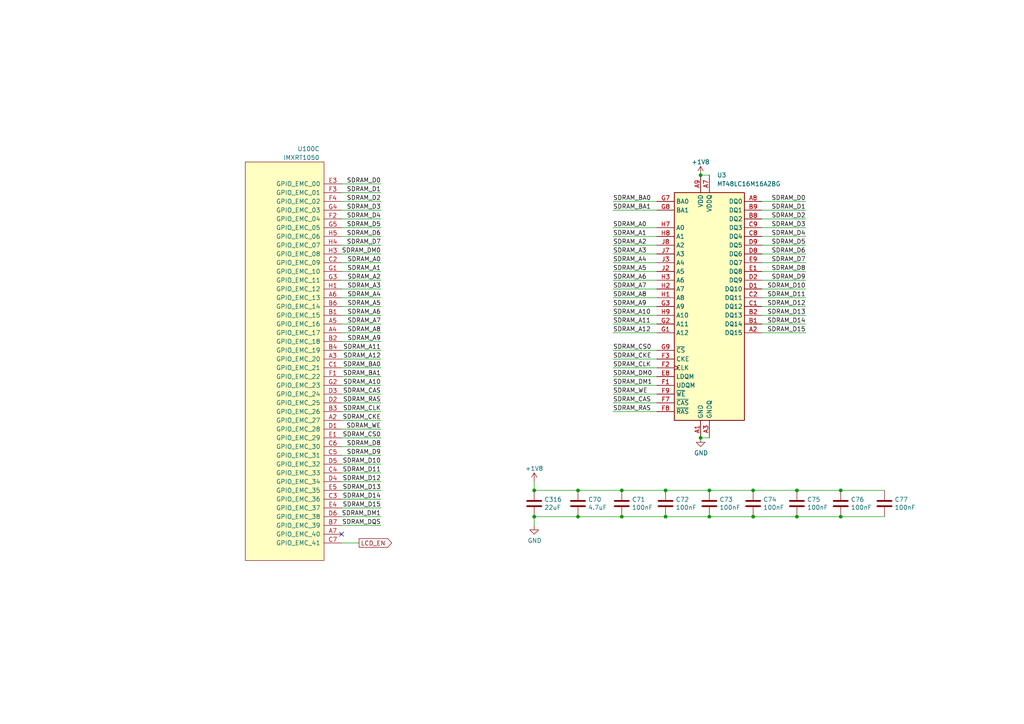
<source format=kicad_sch>
(kicad_sch (version 20230121) (generator eeschema)
  (paper "A4")
  (title_block (title "Sitina 1 Mainboard") (date "2023-03-16") (rev "R0.6") (company "Copyright 2023 Wenting Zhang") (comment 2 "MERCHANTABILITY, SATISFACTORY QUALITY AND FITNESS FOR A PARTICULAR PURPOSE.") (comment 3 "This source is distributed WITHOUT ANY EXPRESS OR IMPLIED WARRANTY, INCLUDING OF") (comment 4 "This source describes Open Hardware and is licensed under the CERN-OHL-P v2."))
  (lib_symbols
    (symbol "Device:C" (pin_numbers hide) (pin_names (offset 0.254))
      (property "Reference" "C" (at 0.635 2.54 0))
      (property "Value" "C" (at 0.635 -2.54 0))
      (symbol "C_0_1"
        (polyline (pts (xy -2.032 -0.762) (xy 2.032 -0.762)) (stroke (width 0.508)))
        (polyline (pts (xy -2.032 0.762) (xy 2.032 0.762)) (stroke (width 0.508)))
      )
      (symbol "C_1_1"
        (pin passive line (at 0 3.81 270) (length 2.794) (name "~") (number "1"))
        (pin passive line (at 0 -3.81 90) (length 2.794) (name "~") (number "2"))
      )
    )
    (symbol "Sitina:IMXRT1050" (pin_names (offset 1.016))
      (property "Reference" "U" (at -10.16 43.18 0))
      (property "Value" "IMXRT1050" (at 6.35 43.18 0))
      (symbol "IMXRT1050_1_1"
        (rectangle (start -12.7 40.64) (end 10.16 -43.18) (fill (type background)))
        (pin input line (at -17.78 22.86 0) (length 5.08) (name "GPIO_AD_B0_06") (number "E14"))
        (pin input line (at -17.78 27.94 0) (length 5.08) (name "GPIO_AD_B0_04") (number "F11"))
        (pin input line (at -17.78 20.32 0) (length 5.08) (name "GPIO_AD_B0_07") (number "F12"))
        (pin input line (at -17.78 17.78 0) (length 5.08) (name "GPIO_AD_B0_08") (number "F13"))
        (pin input line (at -17.78 15.24 0) (length 5.08) (name "GPIO_AD_B0_09") (number "F14"))
        (pin input line (at -17.78 10.16 0) (length 5.08) (name "GPIO_AD_B0_11") (number "G10"))
        (pin input line (at -17.78 30.48 0) (length 5.08) (name "GPIO_AD_B0_03") (number "G11"))
        (pin input line (at -17.78 -38.1 0) (length 5.08) (name "GPIO_AD_B1_14") (number "G12"))
        (pin input line (at -17.78 12.7 0) (length 5.08) (name "GPIO_AD_B0_10") (number "G13"))
        (pin input line (at -17.78 25.4 0) (length 5.08) (name "GPIO_AD_B0_05") (number "G14"))
        (pin input line (at -17.78 35.56 0) (length 5.08) (name "GPIO_AD_B0_01") (number "H10"))
        (pin input line (at -17.78 -35.56 0) (length 5.08) (name "GPIO_AD_B1_13") (number "H11"))
        (pin input line (at -17.78 -33.02 0) (length 5.08) (name "GPIO_AD_B1_12") (number "H12"))
        (pin input line (at -17.78 -22.86 0) (length 5.08) (name "GPIO_AD_B1_08") (number "H13"))
        (pin input line (at -17.78 2.54 0) (length 5.08) (name "GPIO_AD_B0_14") (number "H14"))
        (pin input line (at -17.78 -2.54 0) (length 5.08) (name "GPIO_AD_B1_00") (number "J11"))
        (pin input line (at -17.78 -17.78 0) (length 5.08) (name "GPIO_AD_B1_06") (number "J12"))
        (pin input line (at -17.78 -30.48 0) (length 5.08) (name "GPIO_AD_B1_11") (number "J13"))
        (pin input line (at -17.78 -40.64 0) (length 5.08) (name "GPIO_AD_B1_15") (number "J14"))
        (pin input line (at -17.78 -20.32 0) (length 5.08) (name "GPIO_AD_B1_07") (number "K10"))
        (pin input line (at -17.78 -5.08 0) (length 5.08) (name "GPIO_AD_B1_01") (number "K11"))
        (pin input line (at -17.78 -15.24 0) (length 5.08) (name "GPIO_AD_B1_05") (number "K12"))
        (pin input line (at -17.78 7.62 0) (length 5.08) (name "GPIO_AD_B0_12") (number "K14"))
        (pin input line (at -17.78 0 0) (length 5.08) (name "GPIO_AD_B0_15") (number "L10"))
        (pin input line (at -17.78 -7.62 0) (length 5.08) (name "GPIO_AD_B1_02") (number "L11"))
        (pin input line (at -17.78 -12.7 0) (length 5.08) (name "GPIO_AD_B1_04") (number "L12"))
        (pin input line (at -17.78 -27.94 0) (length 5.08) (name "GPIO_AD_B1_10") (number "L13"))
        (pin input line (at -17.78 5.08 0) (length 5.08) (name "GPIO_AD_B0_13") (number "L14"))
        (pin input line (at -17.78 33.02 0) (length 5.08) (name "GPIO_AD_B0_02") (number "M11"))
        (pin input line (at -17.78 -10.16 0) (length 5.08) (name "GPIO_AD_B1_03") (number "M12"))
        (pin input line (at -17.78 -25.4 0) (length 5.08) (name "GPIO_AD_B1_09") (number "M13"))
        (pin input line (at -17.78 38.1 0) (length 5.08) (name "GPIO_AD_B0_00") (number "M14"))
      )
      (symbol "IMXRT1050_2_1"
        (rectangle (start -12.7 40.64) (end 10.16 -48.26) (fill (type background)))
        (pin input line (at -17.78 7.62 0) (length 5.08) (name "GPIO_B0_11") (number "A10"))
        (pin input line (at -17.78 -5.08 0) (length 5.08) (name "GPIO_B1_00") (number "A11"))
        (pin input line (at -17.78 -25.4 0) (length 5.08) (name "GPIO_B1_08") (number "A12"))
        (pin input line (at -17.78 -27.94 0) (length 5.08) (name "GPIO_B1_09") (number "A13"))
        (pin input line (at -17.78 20.32 0) (length 5.08) (name "GPIO_B0_06") (number "A8"))
        (pin input line (at -17.78 17.78 0) (length 5.08) (name "GPIO_B0_07") (number "A9"))
        (pin input line (at -17.78 -7.62 0) (length 5.08) (name "GPIO_B1_01") (number "B11"))
        (pin input line (at -17.78 -22.86 0) (length 5.08) (name "GPIO_B1_07") (number "B12"))
        (pin input line (at -17.78 -30.48 0) (length 5.08) (name "GPIO_B1_10") (number "B13"))
        (pin input line (at -17.78 -43.18 0) (length 5.08) (name "GPIO_B1_15") (number "B14"))
        (pin input line (at -17.78 22.86 0) (length 5.08) (name "GPIO_B0_05") (number "B8"))
        (pin input line (at -17.78 15.24 0) (length 5.08) (name "GPIO_B0_08") (number "B9"))
        (pin input line (at -17.78 5.08 0) (length 5.08) (name "GPIO_B0_12") (number "C10"))
        (pin input line (at -17.78 -10.16 0) (length 5.08) (name "GPIO_B1_02") (number "C11"))
        (pin input line (at -17.78 -20.32 0) (length 5.08) (name "GPIO_B1_06") (number "C12"))
        (pin input line (at -17.78 -33.02 0) (length 5.08) (name "GPIO_B1_11") (number "C13"))
        (pin input line (at -17.78 -40.64 0) (length 5.08) (name "GPIO_B1_14") (number "C14"))
        (pin input line (at -17.78 25.4 0) (length 5.08) (name "GPIO_B0_04") (number "C8"))
        (pin input line (at -17.78 12.7 0) (length 5.08) (name "GPIO_B0_09") (number "C9"))
        (pin input line (at -17.78 2.54 0) (length 5.08) (name "GPIO_B0_13") (number "D10"))
        (pin input line (at -17.78 -12.7 0) (length 5.08) (name "GPIO_B1_03") (number "D11"))
        (pin input line (at -17.78 -17.78 0) (length 5.08) (name "GPIO_B1_05") (number "D12"))
        (pin input line (at -17.78 -35.56 0) (length 5.08) (name "GPIO_B1_12") (number "D13"))
        (pin input line (at -17.78 -38.1 0) (length 5.08) (name "GPIO_B1_13") (number "D14"))
        (pin input line (at -17.78 35.56 0) (length 5.08) (name "GPIO_B0_00") (number "D7"))
        (pin input line (at -17.78 27.94 0) (length 5.08) (name "GPIO_B0_03") (number "D8"))
        (pin input line (at -17.78 10.16 0) (length 5.08) (name "GPIO_B0_10") (number "D9"))
        (pin input line (at -17.78 0 0) (length 5.08) (name "GPIO_B0_14") (number "E10"))
        (pin input line (at -17.78 -2.54 0) (length 5.08) (name "GPIO_B0_15") (number "E11"))
        (pin input line (at -17.78 -15.24 0) (length 5.08) (name "GPIO_B1_04") (number "E12"))
        (pin input line (at -17.78 33.02 0) (length 5.08) (name "GPIO_B0_01") (number "E7"))
        (pin input line (at -17.78 30.48 0) (length 5.08) (name "GPIO_B0_02") (number "E8"))
      )
      (symbol "IMXRT1050_3_1"
        (rectangle (start -12.7 41.91) (end 10.16 -73.66) (fill (type background)))
        (pin input line (at -17.78 -33.02 0) (length 5.08) (name "GPIO_EMC_27") (number "A2"))
        (pin input line (at -17.78 -15.24 0) (length 5.08) (name "GPIO_EMC_20") (number "A3"))
        (pin input line (at -17.78 -7.62 0) (length 5.08) (name "GPIO_EMC_17") (number "A4"))
        (pin input line (at -17.78 -5.08 0) (length 5.08) (name "GPIO_EMC_16") (number "A5"))
        (pin input line (at -17.78 2.54 0) (length 5.08) (name "GPIO_EMC_13") (number "A6"))
        (pin input line (at -17.78 -66.04 0) (length 5.08) (name "GPIO_EMC_40") (number "A7"))
        (pin input line (at -17.78 -2.54 0) (length 5.08) (name "GPIO_EMC_15") (number "B1"))
        (pin input line (at -17.78 -10.16 0) (length 5.08) (name "GPIO_EMC_18") (number "B2"))
        (pin input line (at -17.78 -30.48 0) (length 5.08) (name "GPIO_EMC_26") (number "B3"))
        (pin input line (at -17.78 -12.7 0) (length 5.08) (name "GPIO_EMC_19") (number "B4"))
        (pin input line (at -17.78 0 0) (length 5.08) (name "GPIO_EMC_14") (number "B6"))
        (pin input line (at -17.78 -63.5 0) (length 5.08) (name "GPIO_EMC_39") (number "B7"))
        (pin input line (at -17.78 -17.78 0) (length 5.08) (name "GPIO_EMC_21") (number "C1"))
        (pin input line (at -17.78 12.7 0) (length 5.08) (name "GPIO_EMC_09") (number "C2"))
        (pin input line (at -17.78 -55.88 0) (length 5.08) (name "GPIO_EMC_36") (number "C3"))
        (pin input line (at -17.78 -48.26 0) (length 5.08) (name "GPIO_EMC_33") (number "C4"))
        (pin input line (at -17.78 -43.18 0) (length 5.08) (name "GPIO_EMC_31") (number "C5"))
        (pin input line (at -17.78 -40.64 0) (length 5.08) (name "GPIO_EMC_30") (number "C6"))
        (pin input line (at -17.78 -68.58 0) (length 5.08) (name "GPIO_EMC_41") (number "C7"))
        (pin input line (at -17.78 -35.56 0) (length 5.08) (name "GPIO_EMC_28") (number "D1"))
        (pin input line (at -17.78 -27.94 0) (length 5.08) (name "GPIO_EMC_25") (number "D2"))
        (pin input line (at -17.78 -25.4 0) (length 5.08) (name "GPIO_EMC_24") (number "D3"))
        (pin input line (at -17.78 -50.8 0) (length 5.08) (name "GPIO_EMC_34") (number "D4"))
        (pin input line (at -17.78 -45.72 0) (length 5.08) (name "GPIO_EMC_32") (number "D5"))
        (pin input line (at -17.78 -60.96 0) (length 5.08) (name "GPIO_EMC_38") (number "D6"))
        (pin input line (at -17.78 -38.1 0) (length 5.08) (name "GPIO_EMC_29") (number "E1"))
        (pin input line (at -17.78 35.56 0) (length 5.08) (name "GPIO_EMC_00") (number "E3"))
        (pin input line (at -17.78 -58.42 0) (length 5.08) (name "GPIO_EMC_37") (number "E4"))
        (pin input line (at -17.78 -53.34 0) (length 5.08) (name "GPIO_EMC_35") (number "E5"))
        (pin input line (at -17.78 -20.32 0) (length 5.08) (name "GPIO_EMC_22") (number "F1"))
        (pin input line (at -17.78 25.4 0) (length 5.08) (name "GPIO_EMC_04") (number "F2"))
        (pin input line (at -17.78 33.02 0) (length 5.08) (name "GPIO_EMC_01") (number "F3"))
        (pin input line (at -17.78 30.48 0) (length 5.08) (name "GPIO_EMC_02") (number "F4"))
        (pin input line (at -17.78 10.16 0) (length 5.08) (name "GPIO_EMC_10") (number "G1"))
        (pin input line (at -17.78 -22.86 0) (length 5.08) (name "GPIO_EMC_23") (number "G2"))
        (pin input line (at -17.78 7.62 0) (length 5.08) (name "GPIO_EMC_11") (number "G3"))
        (pin input line (at -17.78 27.94 0) (length 5.08) (name "GPIO_EMC_03") (number "G4"))
        (pin input line (at -17.78 22.86 0) (length 5.08) (name "GPIO_EMC_05") (number "G5"))
        (pin input line (at -17.78 5.08 0) (length 5.08) (name "GPIO_EMC_12") (number "H1"))
        (pin input line (at -17.78 15.24 0) (length 5.08) (name "GPIO_EMC_08") (number "H3"))
        (pin input line (at -17.78 17.78 0) (length 5.08) (name "GPIO_EMC_07") (number "H4"))
        (pin input line (at -17.78 20.32 0) (length 5.08) (name "GPIO_EMC_06") (number "H5"))
      )
      (symbol "IMXRT1050_4_1"
        (rectangle (start -12.7 40.64) (end 10.16 -40.64) (fill (type background)))
        (pin input line (at -17.78 25.4 0) (length 5.08) (name "GPIO_SD_B0_04") (number "H2"))
        (pin input line (at -17.78 30.48 0) (length 5.08) (name "GPIO_SD_B0_02") (number "J1"))
        (pin input line (at -17.78 22.86 0) (length 5.08) (name "GPIO_SD_B0_05") (number "J2"))
        (pin input line (at -17.78 33.02 0) (length 5.08) (name "GPIO_SD_B0_01") (number "J3"))
        (pin input line (at -17.78 35.56 0) (length 5.08) (name "GPIO_SD_B0_00") (number "J4"))
        (pin input line (at -17.78 27.94 0) (length 5.08) (name "GPIO_SD_B0_03") (number "K1"))
        (pin input line (at -17.78 5.08 0) (length 5.08) (name "GPIO_SD_B1_06") (number "L3"))
        (pin input line (at -17.78 2.54 0) (length 5.08) (name "GPIO_SD_B1_07") (number "L4"))
        (pin input line (at -17.78 20.32 0) (length 5.08) (name "GPIO_SD_B1_00") (number "L5"))
        (pin input line (at -17.78 -25.4 0) (length 5.08) (name "USB_OTG1_DP") (number "L8"))
        (pin input line (at -17.78 15.24 0) (length 5.08) (name "GPIO_SD_B1_02") (number "M3"))
        (pin input line (at -17.78 12.7 0) (length 5.08) (name "GPIO_SD_B1_03") (number "M4"))
        (pin input line (at -17.78 17.78 0) (length 5.08) (name "GPIO_SD_B1_01") (number "M5"))
        (pin input line (at -17.78 -22.86 0) (length 5.08) (name "USB_OTG1_DN") (number "M8"))
        (pin input line (at -17.78 -20.32 0) (length 5.08) (name "USB_OTG1_CHD_B") (number "N12"))
        (pin input line (at -17.78 -15.24 0) (length 5.08) (name "CCM_CLK1_P") (number "N13"))
        (pin input line (at -17.78 7.62 0) (length 5.08) (name "GPIO_SD_B1_05") (number "N3"))
        (pin input line (at -17.78 -2.54 0) (length 5.08) (name "GPIO_SD_B1_09") (number "N4"))
        (pin input line (at -17.78 -27.94 0) (length 5.08) (name "USB_OTG1_VBUS") (number "N6"))
        (pin input line (at -17.78 -30.48 0) (length 5.08) (name "USB_OTG2_DN") (number "N7"))
        (pin input line (at -17.78 -12.7 0) (length 5.08) (name "CCM_CLK1_N") (number "P13"))
        (pin input line (at -17.78 10.16 0) (length 5.08) (name "GPIO_SD_B1_04") (number "P2"))
        (pin input line (at -17.78 0 0) (length 5.08) (name "GPIO_SD_B1_08") (number "P3"))
        (pin input line (at -17.78 -5.08 0) (length 5.08) (name "GPIO_SD_B1_10") (number "P4"))
        (pin input line (at -17.78 -7.62 0) (length 5.08) (name "GPIO_SD_B1_11") (number "P5"))
        (pin input line (at -17.78 -35.56 0) (length 5.08) (name "USB_OTG2_VBUS") (number "P6"))
        (pin input line (at -17.78 -33.02 0) (length 5.08) (name "USB_OTG2_DP") (number "P7"))
      )
      (symbol "IMXRT1050_5_1"
        (rectangle (start -12.7 40.64) (end 10.16 7.62) (fill (type background)))
        (pin input line (at -17.78 20.32 0) (length 5.08) (name "TESTMODE") (number "K6"))
        (pin input line (at -17.78 33.02 0) (length 5.08) (name "PMIC_ON_REQ") (number "K7"))
        (pin input line (at -17.78 12.7 0) (length 5.08) (name "WAKEUP") (number "L6"))
        (pin input line (at -17.78 30.48 0) (length 5.08) (name "PMIC_STBY_REQ") (number "L7"))
        (pin input line (at -17.78 35.56 0) (length 5.08) (name "ONOFF") (number "M6"))
        (pin input line (at -17.78 27.94 0) (length 5.08) (name "POR_B") (number "M7"))
        (pin input line (at -17.78 15.24 0) (length 5.08) (name "XTALO") (number "N11"))
        (pin input line (at -17.78 25.4 0) (length 5.08) (name "RTC_XTALI") (number "N9"))
        (pin input line (at -17.78 17.78 0) (length 5.08) (name "XTALI") (number "P11"))
        (pin input line (at -17.78 22.86 0) (length 5.08) (name "RTC_XTALO") (number "P9"))
      )
      (symbol "IMXRT1050_6_1"
        (rectangle (start -12.7 40.64) (end 10.16 -48.26) (fill (type background)))
        (pin input line (at 15.24 17.78 180) (length 5.08) (name "VSS") (number "A1"))
        (pin input line (at 15.24 15.24 180) (length 5.08) (name "VSS") (number "A14"))
        (pin input line (at 15.24 10.16 180) (length 5.08) (name "VSS") (number "B10"))
        (pin input line (at 15.24 12.7 180) (length 5.08) (name "VSS") (number "B5"))
        (pin input line (at 15.24 5.08 180) (length 5.08) (name "VSS") (number "E13"))
        (pin input line (at 15.24 7.62 180) (length 5.08) (name "VSS") (number "E2"))
        (pin input line (at -17.78 10.16 0) (length 5.08) (name "NVCC_EMC") (number "E6"))
        (pin input line (at -17.78 5.08 0) (length 5.08) (name "NVCC_GPIO") (number "E9"))
        (pin input line (at -17.78 2.54 0) (length 5.08) (name "NVCC_GPIO") (number "F10"))
        (pin input line (at -17.78 7.62 0) (length 5.08) (name "NVCC_EMC") (number "F5"))
        (pin input line (at -17.78 -22.86 0) (length 5.08) (name "VDD_SOC_IN") (number "F6"))
        (pin input line (at -17.78 -25.4 0) (length 5.08) (name "VDD_SOC_IN") (number "F7"))
        (pin input line (at -17.78 -27.94 0) (length 5.08) (name "VDD_SOC_IN") (number "F8"))
        (pin input line (at -17.78 -30.48 0) (length 5.08) (name "VDD_SOC_IN") (number "F9"))
        (pin input line (at -17.78 -33.02 0) (length 5.08) (name "VDD_SOC_IN") (number "G6"))
        (pin input line (at 15.24 2.54 180) (length 5.08) (name "VSS") (number "G7"))
        (pin input line (at 15.24 0 180) (length 5.08) (name "VSS") (number "G8"))
        (pin input line (at -17.78 -35.56 0) (length 5.08) (name "VDD_SOC_IN") (number "G9"))
        (pin input line (at -17.78 -38.1 0) (length 5.08) (name "VDD_SOC_IN") (number "H6"))
        (pin input line (at 15.24 -2.54 180) (length 5.08) (name "VSS") (number "H7"))
        (pin input line (at 15.24 -5.08 180) (length 5.08) (name "VSS") (number "H8"))
        (pin input line (at -17.78 -40.64 0) (length 5.08) (name "VDD_SOC_IN") (number "H9"))
        (pin input line (at -17.78 0 0) (length 5.08) (name "NVCC_GPIO") (number "J10"))
        (pin input line (at -17.78 17.78 0) (length 5.08) (name "DCDC_SENSE") (number "J5"))
        (pin input line (at -17.78 -5.08 0) (length 5.08) (name "NVCC_SD0") (number "J6"))
        (pin input line (at 15.24 -7.62 180) (length 5.08) (name "VSS") (number "J7"))
        (pin input line (at 15.24 -10.16 180) (length 5.08) (name "VSS") (number "J8"))
        (pin input line (at -17.78 -43.18 0) (length 5.08) (name "VDD_SOC_IN") (number "J9"))
        (pin input line (at 15.24 -15.24 180) (length 5.08) (name "VSS") (number "K13"))
        (pin input line (at 15.24 -12.7 180) (length 5.08) (name "VSS") (number "K2"))
        (pin input line (at -17.78 30.48 0) (length 5.08) (name "DCDC_PSWITCH") (number "K3"))
        (pin input line (at -17.78 33.02 0) (length 5.08) (name "DCDC_IN_Q") (number "K4"))
        (pin input line (at -17.78 -7.62 0) (length 5.08) (name "NVCC_SD1") (number "K5"))
        (pin input line (at -17.78 -45.72 0) (length 5.08) (name "VDD_USB_CAP") (number "K8"))
        (pin input line (at 15.24 22.86 180) (length 5.08) (name "NGND_KEL0") (number "K9"))
        (pin input line (at -17.78 38.1 0) (length 5.08) (name "DCDC_IN") (number "L1"))
        (pin input line (at -17.78 35.56 0) (length 5.08) (name "DCDC_IN") (number "L2"))
        (pin input line (at 15.24 -17.78 180) (length 5.08) (name "VSS") (number "L9"))
        (pin input line (at -17.78 25.4 0) (length 5.08) (name "DCDC_LP") (number "M1"))
        (pin input line (at -17.78 -17.78 0) (length 5.08) (name "VDD_SNVS_CAP") (number "M10"))
        (pin input line (at -17.78 22.86 0) (length 5.08) (name "DCDC_LP") (number "M2"))
        (pin input line (at -17.78 -20.32 0) (length 5.08) (name "VDD_SNVS_IN") (number "M9"))
        (pin input line (at 15.24 27.94 180) (length 5.08) (name "DCDC_GND") (number "N1"))
        (pin input line (at -17.78 15.24 0) (length 5.08) (name "GPANAIO") (number "N10"))
        (pin input line (at -17.78 -10.16 0) (length 5.08) (name "VDDA_ADC_3P3") (number "N14"))
        (pin input line (at 15.24 25.4 180) (length 5.08) (name "DCDC_GND") (number "N2"))
        (pin input line (at 15.24 -20.32 180) (length 5.08) (name "VSS") (number "N5"))
        (pin input line (at 15.24 -22.86 180) (length 5.08) (name "VSS") (number "N8"))
        (pin input line (at 15.24 -25.4 180) (length 5.08) (name "VSS") (number "P1"))
        (pin input line (at -17.78 -2.54 0) (length 5.08) (name "NVCC_PLL") (number "P10"))
        (pin input line (at -17.78 -15.24 0) (length 5.08) (name "VDD_HIGH_IN") (number "P12"))
        (pin input line (at 15.24 -27.94 180) (length 5.08) (name "VSS") (number "P14"))
        (pin input line (at -17.78 -12.7 0) (length 5.08) (name "VDD_HIGH_CAP") (number "P8"))
      )
    )
    (symbol "power:+1V8" (power) (pin_names (offset 0))
      (property "Value" "+1V8" (at 0 3.556 0))
      (symbol "+1V8_0_1"
        (polyline (pts (xy -0.762 1.27) (xy 0 2.54)))
        (polyline (pts (xy 0 0) (xy 0 2.54)))
        (polyline (pts (xy 0 2.54) (xy 0.762 1.27)))
      )
      (symbol "+1V8_1_1"
        (pin power_in line (at 0 0 90) (length 0) hide (name "+1V8") (number "1"))
      )
    )
    (symbol "power:GND" (power) (pin_names (offset 0))
      (property "Value" "GND" (at 0 -3.81 0))
      (symbol "GND_0_1"
        (polyline (pts (xy 0 0) (xy 0 -1.27) (xy 1.27 -1.27) (xy 0 -2.54) (xy -1.27 -1.27) (xy 0 -1.27)))
      )
      (symbol "GND_1_1"
        (pin power_in line (at 0 0 270) (length 0) hide (name "GND") (number "1"))
      )
    )
    (symbol "symbols:MT48LC32M16A2B4"
      (property "Reference" "U300" (at 0 40.1574 0))
      (property "Value" "MT48LC16M16A2BG" (at 0 37.846 0))
      (symbol "MT48LC32M16A2B4_1_1"
        (rectangle (start -10.16 30.48) (end 10.16 -35.56) (stroke (width 0.254)) (fill (type background)))
        (pin power_in line (at -2.54 -40.64 90) (length 5.08) (name "GND") (number "A1"))
        (pin bidirectional line (at 15.24 -10.16 180) (length 5.08) (name "DQ15") (number "A2"))
        (pin power_in line (at 0 -40.64 90) (length 5.08) (name "GNDQ") (number "A3"))
        (pin power_in line (at 0 35.56 270) (length 5.08) (name "VDDQ") (number "A7"))
        (pin bidirectional line (at 15.24 27.94 180) (length 5.08) (name "DQ0") (number "A8"))
        (pin power_in line (at -2.54 -40.64 90) (length 5.08) hide (name "GND") (number "A8"))
        (pin power_in line (at -2.54 35.56 270) (length 5.08) (name "VDD") (number "A9"))
        (pin bidirectional line (at 15.24 -7.62 180) (length 5.08) (name "DQ14") (number "B1"))
        (pin bidirectional line (at 15.24 -5.08 180) (length 5.08) (name "DQ13") (number "B2"))
        (pin power_in line (at 0 35.56 270) (length 5.08) hide (name "VDDQ") (number "B3"))
        (pin power_in line (at 0 -40.64 90) (length 5.08) hide (name "GNDQ") (number "B7"))
        (pin bidirectional line (at 15.24 22.86 180) (length 5.08) (name "DQ2") (number "B8"))
        (pin bidirectional line (at 15.24 25.4 180) (length 5.08) (name "DQ1") (number "B9"))
        (pin bidirectional line (at 15.24 -2.54 180) (length 5.08) (name "DQ12") (number "C1"))
        (pin bidirectional line (at 15.24 0 180) (length 5.08) (name "DQ11") (number "C2"))
        (pin power_in line (at 0 -40.64 90) (length 5.08) hide (name "GNDQ") (number "C3"))
        (pin power_in line (at 0 35.56 270) (length 5.08) hide (name "VDDQ") (number "C7"))
        (pin bidirectional line (at 15.24 17.78 180) (length 5.08) (name "DQ4") (number "C8"))
        (pin bidirectional line (at 15.24 20.32 180) (length 5.08) (name "DQ3") (number "C9"))
        (pin bidirectional line (at 15.24 2.54 180) (length 5.08) (name "DQ10") (number "D1"))
        (pin bidirectional line (at 15.24 5.08 180) (length 5.08) (name "DQ9") (number "D2"))
        (pin power_in line (at 0 35.56 270) (length 5.08) hide (name "VDDQ") (number "D3"))
        (pin power_in line (at 0 -40.64 90) (length 5.08) hide (name "GNDQ") (number "D7"))
        (pin bidirectional line (at 15.24 12.7 180) (length 5.08) (name "DQ6") (number "D8"))
        (pin bidirectional line (at 15.24 15.24 180) (length 5.08) (name "DQ5") (number "D9"))
        (pin bidirectional line (at 15.24 7.62 180) (length 5.08) (name "DQ8") (number "E1"))
        (pin no_connect line (at 5.08 -20.32 180) (length 5.08) hide (name "NC") (number "E2"))
        (pin power_in line (at -2.54 -40.64 90) (length 5.08) hide (name "GND") (number "E3"))
        (pin power_in line (at -2.54 35.56 270) (length 5.08) hide (name "VDD") (number "E7"))
        (pin input line (at -15.24 -22.86 0) (length 5.08) (name "LDQM") (number "E8"))
        (pin bidirectional line (at 15.24 10.16 180) (length 5.08) (name "DQ7") (number "E9"))
        (pin input line (at -15.24 -25.4 0) (length 5.08) (name "UDQM") (number "F1"))
        (pin input clock (at -15.24 -20.32 0) (length 5.08) (name "CLK") (number "F2"))
        (pin input line (at -15.24 -17.78 0) (length 5.08) (name "CKE") (number "F3"))
        (pin input line (at -15.24 -30.48 0) (length 5.08) (name "~{CAS}") (number "F7"))
        (pin input line (at -15.24 -33.02 0) (length 5.08) (name "~{RAS}") (number "F8"))
        (pin input line (at -15.24 -27.94 0) (length 5.08) (name "~{WE}") (number "F9"))
        (pin input line (at -15.24 -10.16 0) (length 5.08) (name "A12") (number "G1"))
        (pin input line (at -15.24 -7.62 0) (length 5.08) (name "A11") (number "G2"))
        (pin input line (at -15.24 -2.54 0) (length 5.08) (name "A9") (number "G3"))
        (pin input line (at -15.24 27.94 0) (length 5.08) (name "BA0") (number "G7"))
        (pin input line (at -15.24 25.4 0) (length 5.08) (name "BA1") (number "G8"))
        (pin input line (at -15.24 -15.24 0) (length 5.08) (name "~{CS}") (number "G9"))
        (pin input line (at -15.24 0 0) (length 5.08) (name "A8") (number "H1"))
        (pin input line (at -15.24 2.54 0) (length 5.08) (name "A7") (number "H2"))
        (pin input line (at -15.24 5.08 0) (length 5.08) (name "A6") (number "H3"))
        (pin input line (at -15.24 20.32 0) (length 5.08) (name "A0") (number "H7"))
        (pin input line (at -15.24 17.78 0) (length 5.08) (name "A1") (number "H8"))
        (pin input line (at -15.24 -5.08 0) (length 5.08) (name "A10") (number "H9"))
        (pin input line (at -15.24 7.62 0) (length 5.08) (name "A5") (number "J2"))
        (pin input line (at -15.24 10.16 0) (length 5.08) (name "A4") (number "J3"))
        (pin input line (at -15.24 12.7 0) (length 5.08) (name "A3") (number "J7"))
        (pin input line (at -15.24 15.24 0) (length 5.08) (name "A2") (number "J8"))
        (pin power_in line (at -2.54 35.56 270) (length 5.08) hide (name "VDD") (number "J9"))
      )
    )
  )
  (junction (at 231.14 142.24) (diameter 0.9144))
  (junction (at 243.84 142.24) (diameter 0.9144))
  (junction (at 243.84 149.86) (diameter 0.9144))
  (junction (at 167.64 142.24))
  (junction (at 180.34 149.86) (diameter 0.9144))
  (junction (at 218.44 142.24) (diameter 0.9144))
  (junction (at 231.14 149.86) (diameter 0.9144))
  (junction (at 203.2 50.8))
  (junction (at 218.44 149.86) (diameter 0.9144))
  (junction (at 154.94 142.24))
  (junction (at 203.2 127))
  (junction (at 205.74 149.86) (diameter 0.9144))
  (junction (at 167.64 149.86))
  (junction (at 180.34 142.24) (diameter 0.9144))
  (junction (at 193.04 149.86) (diameter 0.9144))
  (junction (at 193.04 142.24) (diameter 0.9144))
  (junction (at 205.74 142.24) (diameter 0.9144))
  (junction (at 154.94 149.86))
  (no_connect (at 99.06 154.94))
  (wire (pts (xy 233.68 58.42) (xy 220.98 58.42)))
  (wire (pts (xy 110.49 93.98) (xy 99.06 93.98)))
  (wire (pts (xy 154.94 149.86) (xy 154.94 152.4)))
  (wire (pts (xy 233.68 68.58) (xy 220.98 68.58)))
  (wire (pts (xy 233.68 91.44) (xy 220.98 91.44)))
  (wire (pts (xy 110.49 58.42) (xy 99.06 58.42)))
  (wire (pts (xy 154.94 139.7) (xy 154.94 142.24)))
  (wire (pts (xy 177.8 66.04) (xy 190.5 66.04)))
  (wire (pts (xy 110.49 111.76) (xy 99.06 111.76)))
  (wire (pts (xy 177.8 104.14) (xy 190.5 104.14)))
  (wire (pts (xy 110.49 76.2) (xy 99.06 76.2)))
  (wire (pts (xy 233.68 71.12) (xy 220.98 71.12)))
  (wire (pts (xy 110.49 81.28) (xy 99.06 81.28)))
  (wire (pts (xy 218.44 149.86) (xy 205.74 149.86)))
  (wire (pts (xy 218.44 142.24) (xy 205.74 142.24)))
  (wire (pts (xy 233.68 88.9) (xy 220.98 88.9)))
  (wire (pts (xy 110.49 53.34) (xy 99.06 53.34)))
  (wire (pts (xy 110.49 68.58) (xy 99.06 68.58)))
  (wire (pts (xy 180.34 142.24) (xy 167.64 142.24)))
  (wire (pts (xy 177.8 109.22) (xy 190.5 109.22)))
  (wire (pts (xy 110.49 149.86) (xy 99.06 149.86)))
  (wire (pts (xy 177.8 106.68) (xy 190.5 106.68)))
  (wire (pts (xy 203.2 127) (xy 205.74 127)))
  (wire (pts (xy 193.04 142.24) (xy 180.34 142.24)))
  (wire (pts (xy 104.14 157.48) (xy 99.06 157.48)))
  (wire (pts (xy 99.06 119.38) (xy 110.49 119.38)))
  (wire (pts (xy 177.8 76.2) (xy 190.5 76.2)))
  (wire (pts (xy 177.8 116.84) (xy 190.5 116.84)))
  (wire (pts (xy 177.8 93.98) (xy 190.5 93.98)))
  (wire (pts (xy 110.49 86.36) (xy 99.06 86.36)))
  (wire (pts (xy 177.8 101.6) (xy 190.5 101.6)))
  (wire (pts (xy 177.8 81.28) (xy 190.5 81.28)))
  (wire (pts (xy 110.49 71.12) (xy 99.06 71.12)))
  (wire (pts (xy 177.8 114.3) (xy 190.5 114.3)))
  (wire (pts (xy 243.84 149.86) (xy 231.14 149.86)))
  (wire (pts (xy 177.8 88.9) (xy 190.5 88.9)))
  (wire (pts (xy 177.8 78.74) (xy 190.5 78.74)))
  (wire (pts (xy 177.8 91.44) (xy 190.5 91.44)))
  (wire (pts (xy 233.68 63.5) (xy 220.98 63.5)))
  (wire (pts (xy 110.49 109.22) (xy 99.06 109.22)))
  (wire (pts (xy 110.49 142.24) (xy 99.06 142.24)))
  (wire (pts (xy 233.68 66.04) (xy 220.98 66.04)))
  (wire (pts (xy 99.06 121.92) (xy 110.49 121.92)))
  (wire (pts (xy 110.49 147.32) (xy 99.06 147.32)))
  (wire (pts (xy 177.8 73.66) (xy 190.5 73.66)))
  (wire (pts (xy 110.49 152.4) (xy 99.06 152.4)))
  (wire (pts (xy 177.8 96.52) (xy 190.5 96.52)))
  (wire (pts (xy 205.74 142.24) (xy 193.04 142.24)))
  (wire (pts (xy 233.68 81.28) (xy 220.98 81.28)))
  (wire (pts (xy 231.14 142.24) (xy 218.44 142.24)))
  (wire (pts (xy 110.49 66.04) (xy 99.06 66.04)))
  (wire (pts (xy 110.49 144.78) (xy 99.06 144.78)))
  (wire (pts (xy 110.49 78.74) (xy 99.06 78.74)))
  (wire (pts (xy 110.49 96.52) (xy 99.06 96.52)))
  (wire (pts (xy 233.68 96.52) (xy 220.98 96.52)))
  (wire (pts (xy 110.49 101.6) (xy 99.06 101.6)))
  (wire (pts (xy 177.8 60.96) (xy 190.5 60.96)))
  (wire (pts (xy 110.49 73.66) (xy 99.06 73.66)))
  (wire (pts (xy 110.49 60.96) (xy 99.06 60.96)))
  (wire (pts (xy 110.49 104.14) (xy 99.06 104.14)))
  (wire (pts (xy 110.49 88.9) (xy 99.06 88.9)))
  (wire (pts (xy 243.84 142.24) (xy 231.14 142.24)))
  (wire (pts (xy 110.49 134.62) (xy 99.06 134.62)))
  (wire (pts (xy 110.49 139.7) (xy 99.06 139.7)))
  (wire (pts (xy 203.2 50.8) (xy 205.74 50.8)))
  (wire (pts (xy 110.49 106.68) (xy 99.06 106.68)))
  (wire (pts (xy 233.68 93.98) (xy 220.98 93.98)))
  (wire (pts (xy 233.68 83.82) (xy 220.98 83.82)))
  (wire (pts (xy 177.8 71.12) (xy 190.5 71.12)))
  (wire (pts (xy 233.68 78.74) (xy 220.98 78.74)))
  (wire (pts (xy 233.68 73.66) (xy 220.98 73.66)))
  (wire (pts (xy 256.54 149.86) (xy 243.84 149.86)))
  (wire (pts (xy 154.94 149.86) (xy 167.64 149.86)))
  (wire (pts (xy 110.49 63.5) (xy 99.06 63.5)))
  (wire (pts (xy 110.49 129.54) (xy 99.06 129.54)))
  (wire (pts (xy 110.49 137.16) (xy 99.06 137.16)))
  (wire (pts (xy 177.8 119.38) (xy 190.5 119.38)))
  (wire (pts (xy 154.94 142.24) (xy 167.64 142.24)))
  (wire (pts (xy 177.8 111.76) (xy 190.5 111.76)))
  (wire (pts (xy 205.74 149.86) (xy 193.04 149.86)))
  (wire (pts (xy 233.68 86.36) (xy 220.98 86.36)))
  (wire (pts (xy 256.54 142.24) (xy 243.84 142.24)))
  (wire (pts (xy 177.8 86.36) (xy 190.5 86.36)))
  (wire (pts (xy 99.06 114.3) (xy 110.49 114.3)))
  (wire (pts (xy 180.34 149.86) (xy 167.64 149.86)))
  (wire (pts (xy 110.49 55.88) (xy 99.06 55.88)))
  (wire (pts (xy 99.06 127) (xy 110.49 127)))
  (wire (pts (xy 177.8 68.58) (xy 190.5 68.58)))
  (wire (pts (xy 110.49 132.08) (xy 99.06 132.08)))
  (wire (pts (xy 233.68 76.2) (xy 220.98 76.2)))
  (wire (pts (xy 99.06 124.46) (xy 110.49 124.46)))
  (wire (pts (xy 231.14 149.86) (xy 218.44 149.86)))
  (wire (pts (xy 177.8 83.82) (xy 190.5 83.82)))
  (wire (pts (xy 110.49 91.44) (xy 99.06 91.44)))
  (wire (pts (xy 110.49 99.06) (xy 99.06 99.06)))
  (wire (pts (xy 193.04 149.86) (xy 180.34 149.86)))
  (wire (pts (xy 177.8 58.42) (xy 190.5 58.42)))
  (wire (pts (xy 110.49 83.82) (xy 99.06 83.82)))
  (wire (pts (xy 99.06 116.84) (xy 110.49 116.84)))
  (wire (pts (xy 233.68 60.96) (xy 220.98 60.96)))
  (label "SDRAM_A5" (at 110.49 88.9 180))
  (label "SDRAM_A6" (at 177.8 81.28 0))
  (label "SDRAM_D6" (at 233.68 73.66 180))
  (label "SDRAM_CAS" (at 177.8 116.84 0))
  (label "SDRAM_D12" (at 110.49 139.7 180))
  (label "SDRAM_CKE" (at 177.8 104.14 0))
  (label "SDRAM_D5" (at 233.68 71.12 180))
  (label "SDRAM_D8" (at 233.68 78.74 180))
  (label "SDRAM_D3" (at 233.68 66.04 180))
  (label "SDRAM_A11" (at 110.49 101.6 180))
  (label "SDRAM_DM0" (at 110.49 73.66 180))
  (label "SDRAM_D12" (at 233.68 88.9 180))
  (label "SDRAM_A8" (at 110.49 96.52 180))
  (label "SDRAM_CKE" (at 110.49 121.92 180))
  (label "SDRAM_CAS" (at 110.49 114.3 180))
  (label "SDRAM_D4" (at 110.49 63.5 180))
  (label "SDRAM_A3" (at 177.8 73.66 0))
  (label "SDRAM_WE" (at 110.49 124.46 180))
  (label "SDRAM_CS0" (at 177.8 101.6 0))
  (label "SDRAM_D14" (at 233.68 93.98 180))
  (label "SDRAM_A1" (at 177.8 68.58 0))
  (label "SDRAM_A0" (at 110.49 76.2 180))
  (label "SDRAM_D15" (at 233.68 96.52 180))
  (label "SDRAM_D7" (at 233.68 76.2 180))
  (label "SDRAM_A7" (at 177.8 83.82 0))
  (label "SDRAM_A4" (at 110.49 86.36 180))
  (label "SDRAM_CLK" (at 110.49 119.38 180))
  (label "SDRAM_D5" (at 110.49 66.04 180))
  (label "SDRAM_A2" (at 110.49 81.28 180))
  (label "SDRAM_A3" (at 110.49 83.82 180))
  (label "SDRAM_WE" (at 177.8 114.3 0))
  (label "SDRAM_DM0" (at 177.8 109.22 0))
  (label "SDRAM_A9" (at 110.49 99.06 180))
  (label "SDRAM_D14" (at 110.49 144.78 180))
  (label "SDRAM_A10" (at 110.49 111.76 180))
  (label "SDRAM_A1" (at 110.49 78.74 180))
  (label "SDRAM_D9" (at 233.68 81.28 180))
  (label "SDRAM_D8" (at 110.49 129.54 180))
  (label "SDRAM_A8" (at 177.8 86.36 0))
  (label "SDRAM_A4" (at 177.8 76.2 0))
  (label "SDRAM_D10" (at 110.49 134.62 180))
  (label "SDRAM_D15" (at 110.49 147.32 180))
  (label "SDRAM_D11" (at 233.68 86.36 180))
  (label "SDRAM_D0" (at 233.68 58.42 180))
  (label "SDRAM_D2" (at 233.68 63.5 180))
  (label "SDRAM_BA1" (at 177.8 60.96 0))
  (label "SDRAM_D9" (at 110.49 132.08 180))
  (label "SDRAM_D10" (at 233.68 83.82 180))
  (label "SDRAM_BA0" (at 110.49 106.68 180))
  (label "SDRAM_D7" (at 110.49 71.12 180))
  (label "SDRAM_D13" (at 233.68 91.44 180))
  (label "SDRAM_A7" (at 110.49 93.98 180))
  (label "SDRAM_RAS" (at 110.49 116.84 180))
  (label "SDRAM_BA0" (at 177.8 58.42 0))
  (label "SDRAM_D13" (at 110.49 142.24 180))
  (label "SDRAM_CLK" (at 177.8 106.68 0))
  (label "SDRAM_D0" (at 110.49 53.34 180))
  (label "SDRAM_A10" (at 177.8 91.44 0))
  (label "SDRAM_D1" (at 233.68 60.96 180))
  (label "SDRAM_A12" (at 177.8 96.52 0))
  (label "SDRAM_A0" (at 177.8 66.04 0))
  (label "SDRAM_D6" (at 110.49 68.58 180))
  (label "SDRAM_A12" (at 110.49 104.14 180))
  (label "SDRAM_A5" (at 177.8 78.74 0))
  (label "SDRAM_DQS" (at 110.49 152.4 180))
  (label "SDRAM_D4" (at 233.68 68.58 180))
  (label "SDRAM_D2" (at 110.49 58.42 180))
  (label "SDRAM_D1" (at 110.49 55.88 180))
  (label "SDRAM_DM1" (at 177.8 111.76 0))
  (label "SDRAM_DM1" (at 110.49 149.86 180))
  (label "SDRAM_CS0" (at 110.49 127 180))
  (label "SDRAM_A2" (at 177.8 71.12 0))
  (label "SDRAM_A6" (at 110.49 91.44 180))
  (label "SDRAM_A9" (at 177.8 88.9 0))
  (label "SDRAM_D11" (at 110.49 137.16 180))
  (label "SDRAM_A11" (at 177.8 93.98 0))
  (label "SDRAM_RAS" (at 177.8 119.38 0))
  (label "SDRAM_D3" (at 110.49 60.96 180))
  (label "SDRAM_BA1" (at 110.49 109.22 180))
  (global_label "LCD_EN" (shape output) (at 104.14 157.48 0) (property "Intersheetrefs" "${INTERSHEET_REFS}" (effects hide)))
  (symbol (lib_id "symbols:MT48LC32M16A2B4") (at 205.74 86.36 0) (unit 1)
    (property "Reference" "U3" (at 207.9341 50.8 0) (effects (justify left)))
    (property "Value" "MT48LC16M16A2BG" (at 207.9341 53.34 0) (effects (justify left)))
    (property "Footprint" "footprints:BGA-54_9x9_8.0x8.0mm" (effects hide))
  )
  (symbol (lib_id "power:+1V8") (at 154.94 139.7 0) (unit 1)
    (property "Reference" "#PWR067" (effects hide))
    (property "Value" "+1V8" (at 154.94 135.89 0))
    (instances (project "pcb" (path "" (reference "#PWR067") (unit 1)) (path "" (reference "#PWR033") (unit 1)) (path "" (reference "#PWR058") (unit 1))))
  )
  (symbol (lib_id "Device:C") (at 180.34 146.05 0) (unit 1)
    (property "Reference" "C71" (at 183.261 144.882 0) (effects (justify left)))
    (property "Value" "100nF" (at 183.261 147.193 0) (effects (justify left)))
    (property "Footprint" "Capacitor_SMD:C_0402_1005Metric" (effects hide))
  )
  (symbol (lib_id "Device:C") (at 205.74 146.05 0) (unit 1)
    (property "Reference" "C73" (at 208.661 144.882 0) (effects (justify left)))
    (property "Value" "100nF" (at 208.661 147.193 0) (effects (justify left)))
    (property "Footprint" "Capacitor_SMD:C_0402_1005Metric" (effects hide))
  )
  (symbol (lib_id "Device:C") (at 218.44 146.05 0) (unit 1)
    (property "Reference" "C74" (at 221.361 144.882 0) (effects (justify left)))
    (property "Value" "100nF" (at 221.361 147.193 0) (effects (justify left)))
    (property "Footprint" "Capacitor_SMD:C_0402_1005Metric" (effects hide))
  )
  (symbol (lib_id "Device:C") (at 243.84 146.05 0) (unit 1)
    (property "Reference" "C76" (at 246.761 144.882 0) (effects (justify left)))
    (property "Value" "100nF" (at 246.761 147.193 0) (effects (justify left)))
    (property "Footprint" "Capacitor_SMD:C_0402_1005Metric" (effects hide))
  )
  (symbol (lib_id "Device:C") (at 231.14 146.05 0) (unit 1)
    (property "Reference" "C75" (at 234.061 144.882 0) (effects (justify left)))
    (property "Value" "100nF" (at 234.061 147.193 0) (effects (justify left)))
    (property "Footprint" "Capacitor_SMD:C_0402_1005Metric" (effects hide))
  )
  (symbol (lib_id "Device:C") (at 154.94 146.05 0) (unit 1)
    (property "Reference" "C316" (at 157.861 144.8816 0) (effects (justify left)))
    (property "Value" "22uF" (at 157.861 147.193 0) (effects (justify left)))
    (property "Footprint" "Capacitor_SMD:C_0603_1608Metric" (effects hide))
    (instances (project "Sitina" (path "" (reference "C316") (unit 1))) (project "pcb" (path "" (reference "C69") (unit 1))))
  )
  (symbol (lib_id "Device:C") (at 167.64 146.05 0) (unit 1)
    (property "Reference" "C70" (at 170.561 144.882 0) (effects (justify left)))
    (property "Value" "4.7uF" (at 170.561 147.193 0) (effects (justify left)))
    (property "Footprint" "Capacitor_SMD:C_0402_1005Metric" (effects hide))
  )
  (symbol (lib_id "Device:C") (at 256.54 146.05 0) (unit 1)
    (property "Reference" "C77" (at 259.461 144.882 0) (effects (justify left)))
    (property "Value" "100nF" (at 259.461 147.193 0) (effects (justify left)))
    (property "Footprint" "Capacitor_SMD:C_0402_1005Metric" (effects hide))
  )
  (symbol (lib_id "power:GND") (at 154.94 152.4 0) (unit 1)
    (property "Reference" "#PWR059" (effects hide))
    (property "Value" "GND" (at 155.067 156.7942 0))
  )
  (symbol (lib_id "power:GND") (at 203.2 127 0) (unit 1)
    (property "Reference" "#PWR061" (effects hide))
    (property "Value" "GND" (at 203.327 131.3942 0))
  )
  (symbol (lib_id "Sitina:IMXRT1050") (at 81.28 88.9 0) (mirror y) (unit 3)
    (property "Reference" "U100" (at 92.71 43.18 0) (effects (justify left)))
    (property "Value" "IMXRT1050" (at 92.71 45.72 0) (effects (justify left)))
    (property "Footprint" "footprints:BGA-196_14x14_12.0x12.0mm" (effects hide))
    (instances (project "Sitina" (path "" (reference "U100") (unit 3))) (project "pcb" (path "" (reference "U2") (unit 3))))
  )
  (symbol (lib_id "power:+1V8") (at 203.2 50.8 0) (unit 1)
    (property "Reference" "#PWR067" (effects hide))
    (property "Value" "+1V8" (at 203.2 46.99 0))
    (instances (project "pcb" (path "" (reference "#PWR067") (unit 1)) (path "" (reference "#PWR033") (unit 1)) (path "" (reference "#PWR042") (unit 1))))
  )
  (symbol (lib_id "Device:C") (at 193.04 146.05 0) (unit 1)
    (property "Reference" "C72" (at 195.961 144.882 0) (effects (justify left)))
    (property "Value" "100nF" (at 195.961 147.193 0) (effects (justify left)))
    (property "Footprint" "Capacitor_SMD:C_0402_1005Metric" (effects hide))
  )
)
</source>
